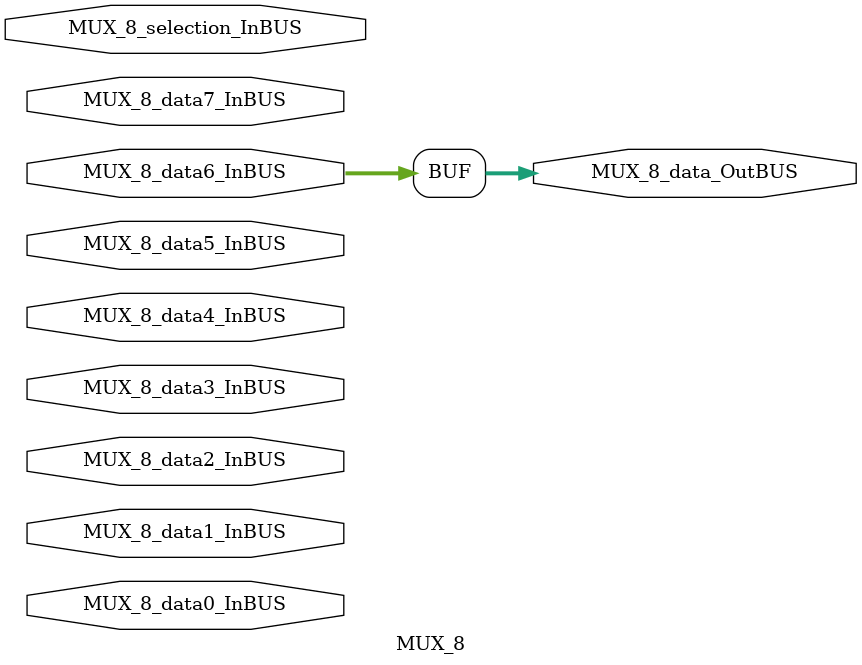
<source format=v>
module MUX_8 #(parameter DATAWIDTH_MUX_SELECTION=3, parameter DATAWIDTH_BUS=32)(
	//////////// OUTPUTS //////////
	MUX_8_data_OutBUS,
	//////////// INPUTS //////////
	MUX_8_data0_InBUS,
	MUX_8_data1_InBUS,
	MUX_8_data2_InBUS,	
	MUX_8_data3_InBUS,	
	MUX_8_data4_InBUS,	
	MUX_8_data5_InBUS,	
	MUX_8_data6_InBUS,	
	MUX_8_data7_InBUS,	
	MUX_8_selection_InBUS
);
//=======================================================
//  PARAMETER declarations
//=======================================================

//=======================================================
//  PORT declarations
//=======================================================
output reg	[DATAWIDTH_BUS-1:0] MUX_8_data_OutBUS;
input			[DATAWIDTH_BUS-1:0] MUX_8_data0_InBUS;
input			[DATAWIDTH_BUS-1:0] MUX_8_data1_InBUS;
input			[DATAWIDTH_BUS-1:0] MUX_8_data2_InBUS;
input			[DATAWIDTH_BUS-1:0] MUX_8_data3_InBUS;	
input			[DATAWIDTH_BUS-1:0] MUX_8_data4_InBUS;
input			[DATAWIDTH_BUS-1:0] MUX_8_data5_InBUS;
input			[DATAWIDTH_BUS-1:0] MUX_8_data6_InBUS;
input			[DATAWIDTH_BUS-1:0] MUX_8_data7_InBUS;
input			[DATAWIDTH_MUX_SELECTION-1:0] MUX_8_selection_InBUS;
//=======================================================
//  REG/WIRE declarations
//=======================================================

//=======================================================
//  Structural coding
//=======================================================
//INPUT LOGIC: COMBINATIONAL
always@(*)
begin
	case (MUX_8_selection_InBUS)	
	// Example to more outputs: WaitStart: begin sResetCounter = 0; sCuenteUP = 0; end
		8'b11111110: MUX_8_data_OutBUS = MUX_8_data0_InBUS;
		8'b11111101: MUX_8_data_OutBUS = MUX_8_data1_InBUS;
		8'b11111011: MUX_8_data_OutBUS = MUX_8_data2_InBUS;
		8'b11110111: MUX_8_data_OutBUS = MUX_8_data3_InBUS;
		8'b11101111: MUX_8_data_OutBUS = MUX_8_data4_InBUS;
		8'b11011111: MUX_8_data_OutBUS = MUX_8_data5_InBUS;
		8'b10111111: MUX_8_data_OutBUS = MUX_8_data6_InBUS;
		8'b01111111: MUX_8_data_OutBUS = MUX_8_data7_InBUS;
		default :  MUX_8_data_OutBUS = MUX_8_data6_InBUS; // channel 0 is selected 
	endcase
end
//=======================================================
//  Outputs
//=======================================================
// OUTPUT LOGIC : COMBINATIONAL

endmodule


</source>
